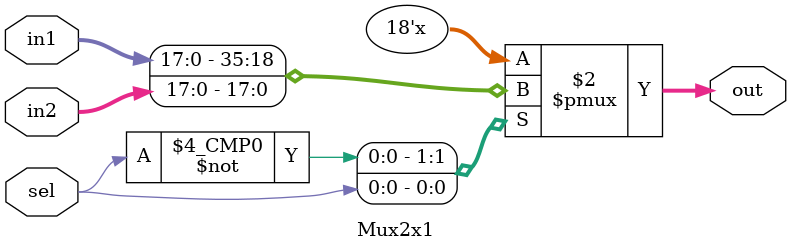
<source format=v>
`timescale 1ns / 1ps


module Mux2x1#(parameter width=18)
(
    input [width-1 :0] in1,in2,
    input sel,
    output reg [width-1 :0] out
);

always@(*) begin
case(sel)
	1'b0: out=in1;
	1'b1: out=in2;
	default: out=width-1 'b0; 
endcase
end
endmodule

</source>
